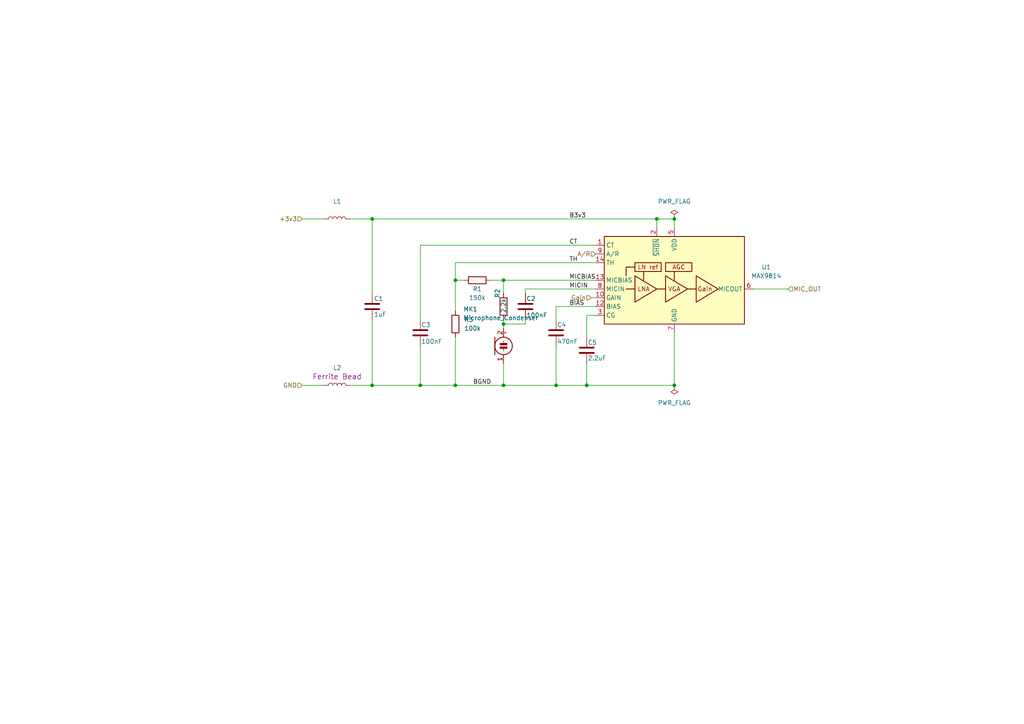
<source format=kicad_sch>
(kicad_sch (version 20231120) (generator "eeschema") (generator_version "8.0")
  (paper "A4")
  (lib_symbols
    (symbol "Amplifier_Audio:MAX9814"
      (property "Reference" "U" (at -20.32 13.97 0))
      (property "Value" "MAX9814" (at 11.43 13.97 0))
      (symbol "MAX9814_0_0"
        (rectangle (start -11.43 5.08) (end -3.81 2.54) (stroke (width 0.254)))
        (rectangle (start -2.54 5.08) (end 5.08 2.54) (stroke (width 0.254)))
        (polyline (pts (xy -11.43 -2.54) (xy -13.97 -2.54)) (stroke (width 0.254)))
        (polyline (pts (xy -8.89 2.54) (xy -8.89 0)) (stroke (width 0.254)))
        (polyline (pts (xy -2.54 -2.54) (xy -5.08 -2.54)) (stroke (width 0.254)))
        (polyline (pts (xy 0 2.54) (xy 0 0)) (stroke (width 0.254)))
        (polyline (pts (xy 3.81 -2.54) (xy 6.35 -2.54)) (stroke (width 0.254)))
        (polyline (pts (xy -11.43 3.81) (xy -13.97 3.81) (xy -13.97 1.27)) (stroke (width 0.254)))
        (polyline (pts (xy -5.08 -2.54) (xy -11.43 1.27) (xy -11.43 -6.35) (xy -5.08 -2.54)) (stroke (width 0.254)))
        (polyline (pts (xy 3.81 -2.54) (xy -2.54 1.27) (xy -2.54 -6.35) (xy 3.81 -2.54)) (stroke (width 0.254)))
        (polyline (pts (xy 12.7 -2.54) (xy 6.35 1.27) (xy 6.35 -6.35) (xy 12.7 -2.54)) (stroke (width 0.254)))
        (text "AGC" (at 1.27 3.81 0) (effects (font (size 1.27 1.27))))
        (text "Gain" (at 8.89 -2.54 0) (effects (font (size 1.27 1.27))))
        (text "LN ref" (at -7.62 3.81 0) (effects (font (size 1.27 1.27))))
        (text "LNA" (at -8.89 -2.54 0) (effects (font (size 1.27 1.27))))
        (text "VGA" (at 0 -2.54 0) (effects (font (size 1.27 1.27))))
      )
      (symbol "MAX9814_0_1"
        (rectangle (start -20.32 12.7) (end 20.32 -12.7) (stroke (width 0.254)) (fill (type background)))
      )
      (symbol "MAX9814_1_1"
        (pin input line (at -22.86 10.16 0) (length 2.54) (name "CT") (number "1"))
        (pin input line (at -22.86 -5.08 0) (length 2.54) (name "GAIN") (number "10"))
        (pin passive line (at 0 -15.24 90) (length 2.54) hide (name "GND") (number "11"))
        (pin passive line (at -22.86 -7.62 0) (length 2.54) (name "BIAS") (number "12"))
        (pin output line (at -22.86 0 0) (length 2.54) (name "MICBIAS") (number "13"))
        (pin input line (at -22.86 5.08 0) (length 2.54) (name "TH") (number "14"))
        (pin passive line (at 0 -15.24 90) (length 2.54) hide (name "GND") (number "15"))
        (pin input line (at -5.08 15.24 270) (length 2.54) (name "~{SHDN}") (number "2"))
        (pin passive line (at -22.86 -10.16 0) (length 2.54) (name "CG") (number "3"))
        (pin passive line (at 0 -15.24 90) (length 2.54) hide (name "GND") (number "4"))
        (pin power_in line (at 0 15.24 270) (length 2.54) (name "VDD") (number "5"))
        (pin output line (at 22.86 -2.54 180) (length 2.54) (name "MICOUT") (number "6"))
        (pin power_in line (at 0 -15.24 90) (length 2.54) (name "GND") (number "7"))
        (pin input line (at -22.86 -2.54 0) (length 2.54) (name "MICIN") (number "8"))
        (pin input line (at -22.86 7.62 0) (length 2.54) (name "A/R") (number "9"))
      )
    )
    (symbol "Device:C" (pin_numbers hide) (pin_names (offset 0.254))
      (property "Reference" "C" (at 0.635 2.54 0))
      (property "Value" "C" (at 0.635 -2.54 0))
      (symbol "C_0_1"
        (polyline (pts (xy -2.032 -0.762) (xy 2.032 -0.762)) (stroke (width 0.508)))
        (polyline (pts (xy -2.032 0.762) (xy 2.032 0.762)) (stroke (width 0.508)))
      )
      (symbol "C_1_1"
        (pin passive line (at 0 3.81 270) (length 2.794) (name "~") (number "1"))
        (pin passive line (at 0 -3.81 90) (length 2.794) (name "~") (number "2"))
      )
    )
    (symbol "Device:Microphone_Condenser" (pin_names (offset 0.0254) hide)
      (property "Reference" "MK" (at -3.302 1.27 0))
      (property "Value" "Microphone_Condenser" (at -3.302 -0.635 0))
      (symbol "Microphone_Condenser_0_1"
        (polyline (pts (xy -2.54 2.54) (xy -2.54 -2.54)) (stroke (width 0.254)))
        (polyline (pts (xy 0 -0.762) (xy 0 -1.524)))
        (polyline (pts (xy 0 0.762) (xy 0 1.524)))
        (polyline (pts (xy 0.254 3.81) (xy 0.762 3.81)))
        (polyline (pts (xy 0.508 4.064) (xy 0.508 3.556)))
        (circle (center 0 0) (radius 2.54) (stroke (width 0.254)))
        (rectangle (start 1.016 -0.254) (end -1.016 -0.762) (fill (type outline)))
        (rectangle (start 1.016 0.762) (end -1.016 0.254) (fill (type outline)))
      )
      (symbol "Microphone_Condenser_1_1"
        (pin passive line (at 0 -5.08 90) (length 2.54) (name "-") (number "1"))
        (pin passive line (at 0 5.08 270) (length 2.54) (name "+") (number "2"))
      )
    )
    (symbol "Device:R" (pin_numbers hide) (pin_names (offset 0))
      (property "Reference" "R" (at 2.032 0 90))
      (property "Value" "R" (at 0 0 90))
      (symbol "R_0_1"
        (rectangle (start -1.016 -2.54) (end 1.016 2.54) (stroke (width 0.254)))
      )
      (symbol "R_1_1"
        (pin passive line (at 0 3.81 270) (length 1.27) (name "~") (number "1"))
        (pin passive line (at 0 -3.81 90) (length 1.27) (name "~") (number "2"))
      )
    )
    (symbol "PCM_4ms_Inductor:FerriteBead_0603_1.5A" (pin_numbers hide) (pin_names (offset 1.016) hide)
      (property "Reference" "L" (at -1.27 0 90))
      (property "Display" "Ferrite Bead" (at 2.54 1.27 90))
      (symbol "FerriteBead_0603_1.5A_0_1"
        (arc (start 0 -2.54) (mid 0.6323 -1.905) (end 0 -1.27))
        (arc (start 0 -1.27) (mid 0.6323 -0.635) (end 0 0))
        (arc (start 0 0) (mid 0.6323 0.635) (end 0 1.27))
        (arc (start 0 1.27) (mid 0.6323 1.905) (end 0 2.54))
      )
      (symbol "FerriteBead_0603_1.5A_1_1"
        (pin passive line (at 0 3.81 270) (length 1.27) (name "1") (number "1"))
        (pin passive line (at 0 -3.81 90) (length 1.27) (name "2") (number "2"))
      )
    )
    (symbol "power:PWR_FLAG" (power) (pin_numbers hide) (pin_names (offset 0) hide)
      (property "Value" "PWR_FLAG" (at 0 3.81 0))
      (symbol "PWR_FLAG_0_0"
        (pin power_out line (at 0 0 90) (length 0) (name "~") (number "1"))
      )
      (symbol "PWR_FLAG_0_1"
        (polyline (pts (xy 0 0) (xy 0 1.27) (xy -1.016 1.905) (xy 0 2.54) (xy 1.016 1.905) (xy 0 1.27)))
      )
    )
  )
  (junction (at 195.58 63.5))
  (junction (at 146.05 93.98))
  (junction (at 170.18 111.76))
  (junction (at 121.92 111.76))
  (junction (at 146.05 111.76))
  (junction (at 107.95 111.76))
  (junction (at 190.5 63.5))
  (junction (at 146.05 81.28))
  (junction (at 132.08 111.76))
  (junction (at 107.95 63.5))
  (junction (at 161.29 111.76))
  (junction (at 195.58 111.76))
  (junction (at 132.08 81.28))
  (wire (pts (xy 146.05 111.76) (xy 161.29 111.76)))
  (wire (pts (xy 121.92 71.12) (xy 121.92 92.71)))
  (wire (pts (xy 121.92 100.33) (xy 121.92 111.76)))
  (wire (pts (xy 161.29 88.9) (xy 161.29 92.71)))
  (wire (pts (xy 101.6 111.76) (xy 107.95 111.76)))
  (wire (pts (xy 218.44 83.82) (xy 228.6 83.82)))
  (wire (pts (xy 170.18 97.79) (xy 170.18 91.44)))
  (wire (pts (xy 146.05 92.71) (xy 146.05 93.98)))
  (wire (pts (xy 170.18 105.41) (xy 170.18 111.76)))
  (wire (pts (xy 146.05 105.41) (xy 146.05 111.76)))
  (wire (pts (xy 87.63 111.76) (xy 93.98 111.76)))
  (wire (pts (xy 107.95 63.5) (xy 107.95 85.09)))
  (wire (pts (xy 132.08 97.79) (xy 132.08 111.76)))
  (wire (pts (xy 107.95 92.71) (xy 107.95 111.76)))
  (wire (pts (xy 146.05 81.28) (xy 172.72 81.28)))
  (wire (pts (xy 132.08 81.28) (xy 132.08 90.17)))
  (wire (pts (xy 101.6 63.5) (xy 107.95 63.5)))
  (wire (pts (xy 146.05 81.28) (xy 146.05 85.09)))
  (wire (pts (xy 195.58 63.5) (xy 195.58 66.04)))
  (wire (pts (xy 161.29 111.76) (xy 170.18 111.76)))
  (wire (pts (xy 132.08 81.28) (xy 134.62 81.28)))
  (wire (pts (xy 146.05 111.76) (xy 132.08 111.76)))
  (wire (pts (xy 152.4 83.82) (xy 152.4 85.09)))
  (wire (pts (xy 107.95 63.5) (xy 190.5 63.5)))
  (wire (pts (xy 170.18 91.44) (xy 172.72 91.44)))
  (wire (pts (xy 171.45 86.36) (xy 172.72 86.36)))
  (wire (pts (xy 132.08 76.2) (xy 132.08 81.28)))
  (wire (pts (xy 161.29 100.33) (xy 161.29 111.76)))
  (wire (pts (xy 152.4 92.71) (xy 152.4 93.98)))
  (wire (pts (xy 190.5 63.5) (xy 195.58 63.5)))
  (wire (pts (xy 142.24 81.28) (xy 146.05 81.28)))
  (wire (pts (xy 172.72 76.2) (xy 132.08 76.2)))
  (wire (pts (xy 152.4 83.82) (xy 172.72 83.82)))
  (wire (pts (xy 161.29 88.9) (xy 172.72 88.9)))
  (wire (pts (xy 121.92 71.12) (xy 172.72 71.12)))
  (wire (pts (xy 195.58 96.52) (xy 195.58 111.76)))
  (wire (pts (xy 146.05 93.98) (xy 146.05 95.25)))
  (wire (pts (xy 121.92 111.76) (xy 132.08 111.76)))
  (wire (pts (xy 190.5 63.5) (xy 190.5 66.04)))
  (wire (pts (xy 107.95 111.76) (xy 121.92 111.76)))
  (wire (pts (xy 87.63 63.5) (xy 93.98 63.5)))
  (wire (pts (xy 170.18 111.76) (xy 195.58 111.76)))
  (wire (pts (xy 152.4 93.98) (xy 146.05 93.98)))
  (label "BGND" (at 137.16 111.76 0))
  (label "TH" (at 165.1 76.2 0))
  (label "MICBIAS" (at 165.1 81.28 0))
  (label "BIAS" (at 165.1 88.9 0))
  (label "CT" (at 165.1 71.12 0))
  (label "MICIN" (at 165.1 83.82 0))
  (label "B3v3" (at 165.1 63.5 0))
  (hierarchical_label "+3v3" (shape input) (at 87.63 63.5 180))
  (hierarchical_label "MIC_OUT" (shape input) (at 228.6 83.82 0))
  (hierarchical_label "GND" (shape input) (at 87.63 111.76 180))
  (hierarchical_label "A{slash}R" (shape input) (at 172.72 73.66 180))
  (hierarchical_label "Gain" (shape input) (at 171.45 86.36 180))
  (symbol (lib_id "PCM_4ms_Inductor:FerriteBead_0603_1.5A") (at 97.79 111.76 90) (unit 1)
    (property "Reference" "L2" (at 97.79 106.68 90))
    (property "Value" "FerriteBead_0603_1.5A" (effects (hide yes)))
    (property "Footprint" "Inductor_SMD:L_0603_1608Metric" (effects (hide yes)))
    (property "Description" "Chip Bead, Ferrite Chip Bead, Z=30Ω @ 100MHz, RmaxDC=90mΩ, ImaxDC=1.5A" (effects (hide yes)))
    (property "Specifications" "Chip Bead, Ferrite Chip Bead, Z=30Ω @ 100MHz, RmaxDC=90mΩ, ImaxDC=1.5A" (effects (hide yes)))
    (property "Manufacturer" "Laird" (effects (hide yes)))
    (property "Part Number" "MI0603K300R-10" (effects (hide yes)))
    (property "Display" "Ferrite Bead" (at 97.79 109.22 90) (effects (font (size 1.524 1.524))))
  )
  (symbol (lib_id "PCM_4ms_Inductor:FerriteBead_0603_1.5A") (at 97.79 63.5 90) (unit 1)
    (property "Reference" "L1" (at 97.79 58.42 90))
    (property "Value" "FerriteBead_0603_1.5A" (effects (hide yes)))
    (property "Footprint" "Inductor_SMD:L_0603_1608Metric" (effects (hide yes)))
    (property "Description" "Chip Bead, Ferrite Chip Bead, Z=30Ω @ 100MHz, RmaxDC=90mΩ, ImaxDC=1.5A" (effects (hide yes)))
    (property "Specifications" "Chip Bead, Ferrite Chip Bead, Z=30Ω @ 100MHz, RmaxDC=90mΩ, ImaxDC=1.5A" (effects (hide yes)))
    (property "Manufacturer" "Laird" (effects (hide yes)))
    (property "Part Number" "MI0603K300R-10" (effects (hide yes)))
    (property "Display" "Ferrite Bead" (effects (hide yes)))
  )
  (symbol (lib_id "Device:R") (at 132.08 93.98 180) (unit 1)
    (property "Reference" "R3" (at 134.62 92.7099 0) (effects (justify right)))
    (property "Value" "100k" (at 134.62 95.2499 0) (effects (justify right)))
    (property "Footprint" "Resistor_SMD:R_0402_1005Metric" (effects (hide yes)))
    (property "Description" "Resistor" (effects (hide yes)))
  )
  (symbol (lib_id "Device:C") (at 121.92 96.52 0) (unit 1)
    (property "Reference" "C3" (at 122.174 94.234 0) (effects (justify left)))
    (property "Value" "100nF" (at 122.174 99.06 0) (effects (justify left)))
    (property "Footprint" "Capacitor_SMD:C_0402_1005Metric" (effects (hide yes)))
    (property "Description" "Unpolarized capacitor" (effects (hide yes)))
  )
  (symbol (lib_id "power:PWR_FLAG") (at 195.58 63.5 0) (unit 1)
    (property "Reference" "#FLG01" (effects (hide yes)))
    (property "Value" "PWR_FLAG" (at 195.58 58.42 0))
    (property "Description" "Special symbol for telling ERC where power comes from" (effects (hide yes)))
  )
  (symbol (lib_id "Device:C") (at 107.95 88.9 0) (unit 1)
    (property "Reference" "C1" (at 108.458 86.614 0) (effects (justify left)))
    (property "Value" "1uF" (at 108.458 91.186 0) (effects (justify left)))
    (property "Footprint" "Capacitor_SMD:C_0402_1005Metric" (effects (hide yes)))
    (property "Description" "Unpolarized capacitor" (effects (hide yes)))
  )
  (symbol (lib_id "Device:R") (at 138.43 81.28 270) (unit 1)
    (property "Reference" "R1" (at 138.43 83.82 90))
    (property "Value" "150k" (at 138.43 86.36 90))
    (property "Footprint" "Resistor_SMD:R_0402_1005Metric" (effects (hide yes)))
    (property "Description" "Resistor" (effects (hide yes)))
  )
  (symbol (lib_id "power:PWR_FLAG") (at 195.58 111.76 180) (unit 1)
    (property "Reference" "#FLG04" (effects (hide yes)))
    (property "Value" "PWR_FLAG" (at 195.58 116.84 0))
    (property "Description" "Special symbol for telling ERC where power comes from" (effects (hide yes)))
  )
  (symbol (lib_id "Device:Microphone_Condenser") (at 146.05 100.33 0) (unit 1)
    (property "Reference" "MK1" (at 134.366 89.662 0) (effects (justify left)))
    (property "Value" "Microphone_Condenser" (at 134.366 92.202 0) (effects (justify left)))
    (property "Footprint" "my_footprint:MIC4015P_2" (effects (hide yes)))
    (property "Description" "Condenser microphone" (effects (hide yes)))
  )
  (symbol (lib_id "Amplifier_Audio:MAX9814") (at 195.58 81.28 0) (unit 1)
    (property "Reference" "U1" (at 222.25 77.5014 0))
    (property "Value" "MAX9814" (at 222.25 80.0414 0))
    (property "Footprint" "Package_DFN_QFN:DFN-14-1EP_3x3mm_P0.4mm_EP1.78x2.35mm" (effects (hide yes)))
    (property "Datasheet" "https://datasheets.maximintegrated.com/en/ds/MAX9814.pdf" (effects (hide yes)))
    (property "Description" "Microphone Amplifier with AGC and Low-Noise Microphone Bias, TDFN-14" (effects (hide yes)))
  )
  (symbol (lib_id "Device:C") (at 170.18 101.6 0) (unit 1)
    (property "Reference" "C5" (at 170.434 99.314 0) (effects (justify left)))
    (property "Value" "2.2uF" (at 170.434 103.886 0) (effects (justify left)))
    (property "Footprint" "Capacitor_SMD:C_0402_1005Metric" (effects (hide yes)))
    (property "Description" "Unpolarized capacitor" (effects (hide yes)))
  )
  (symbol (lib_id "Device:C") (at 161.29 96.52 0) (unit 1)
    (property "Reference" "C4" (at 161.544 94.234 0) (effects (justify left)))
    (property "Value" "470nF" (at 161.544 99.06 0) (effects (justify left)))
    (property "Footprint" "Capacitor_SMD:C_0402_1005Metric" (effects (hide yes)))
    (property "Description" "Unpolarized capacitor" (effects (hide yes)))
  )
  (symbol (lib_id "Device:C") (at 152.4 88.9 0) (unit 1)
    (property "Reference" "C2" (at 152.654 86.614 0) (effects (justify left)))
    (property "Value" "100nF" (at 152.654 91.44 0) (effects (justify left)))
    (property "Footprint" "Capacitor_SMD:C_0402_1005Metric" (effects (hide yes)))
    (property "Description" "Unpolarized capacitor" (effects (hide yes)))
  )
  (symbol (lib_id "Device:R") (at 146.05 88.9 180) (unit 1)
    (property "Reference" "R2" (at 144.272 85.09 90))
    (property "Value" "2.2k" (at 146.05 88.646 90))
    (property "Footprint" "Resistor_SMD:R_0402_1005Metric" (effects (hide yes)))
    (property "Description" "Resistor" (effects (hide yes)))
  )
)
</source>
